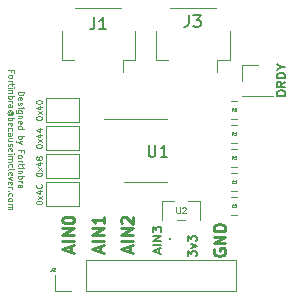
<source format=gbr>
%TF.GenerationSoftware,KiCad,Pcbnew,(6.0.7)*%
%TF.CreationDate,2022-10-15T10:30:28-05:00*%
%TF.ProjectId,ADS1219,41445331-3231-4392-9e6b-696361645f70,4*%
%TF.SameCoordinates,Original*%
%TF.FileFunction,Legend,Top*%
%TF.FilePolarity,Positive*%
%FSLAX46Y46*%
G04 Gerber Fmt 4.6, Leading zero omitted, Abs format (unit mm)*
G04 Created by KiCad (PCBNEW (6.0.7)) date 2022-10-15 10:30:28*
%MOMM*%
%LPD*%
G01*
G04 APERTURE LIST*
%ADD10C,0.062500*%
%ADD11C,0.250000*%
%ADD12C,0.187500*%
%ADD13C,0.125000*%
%ADD14C,0.150000*%
%ADD15C,0.120000*%
G04 APERTURE END LIST*
D10*
X159676309Y-81452380D02*
X160176309Y-81452380D01*
X160176309Y-81571428D01*
X160152500Y-81642857D01*
X160104880Y-81690476D01*
X160057261Y-81714285D01*
X159962023Y-81738095D01*
X159890595Y-81738095D01*
X159795357Y-81714285D01*
X159747738Y-81690476D01*
X159700119Y-81642857D01*
X159676309Y-81571428D01*
X159676309Y-81452380D01*
X159700119Y-82142857D02*
X159676309Y-82095238D01*
X159676309Y-82000000D01*
X159700119Y-81952380D01*
X159747738Y-81928571D01*
X159938214Y-81928571D01*
X159985833Y-81952380D01*
X160009642Y-82000000D01*
X160009642Y-82095238D01*
X159985833Y-82142857D01*
X159938214Y-82166666D01*
X159890595Y-82166666D01*
X159842976Y-81928571D01*
X159700119Y-82357142D02*
X159676309Y-82404761D01*
X159676309Y-82500000D01*
X159700119Y-82547619D01*
X159747738Y-82571428D01*
X159771547Y-82571428D01*
X159819166Y-82547619D01*
X159842976Y-82500000D01*
X159842976Y-82428571D01*
X159866785Y-82380952D01*
X159914404Y-82357142D01*
X159938214Y-82357142D01*
X159985833Y-82380952D01*
X160009642Y-82428571D01*
X160009642Y-82500000D01*
X159985833Y-82547619D01*
X159676309Y-82785714D02*
X160009642Y-82785714D01*
X160176309Y-82785714D02*
X160152500Y-82761904D01*
X160128690Y-82785714D01*
X160152500Y-82809523D01*
X160176309Y-82785714D01*
X160128690Y-82785714D01*
X160009642Y-83238095D02*
X159604880Y-83238095D01*
X159557261Y-83214285D01*
X159533452Y-83190476D01*
X159509642Y-83142857D01*
X159509642Y-83071428D01*
X159533452Y-83023809D01*
X159700119Y-83238095D02*
X159676309Y-83190476D01*
X159676309Y-83095238D01*
X159700119Y-83047619D01*
X159723928Y-83023809D01*
X159771547Y-83000000D01*
X159914404Y-83000000D01*
X159962023Y-83023809D01*
X159985833Y-83047619D01*
X160009642Y-83095238D01*
X160009642Y-83190476D01*
X159985833Y-83238095D01*
X160009642Y-83476190D02*
X159676309Y-83476190D01*
X159962023Y-83476190D02*
X159985833Y-83500000D01*
X160009642Y-83547619D01*
X160009642Y-83619047D01*
X159985833Y-83666666D01*
X159938214Y-83690476D01*
X159676309Y-83690476D01*
X159700119Y-84119047D02*
X159676309Y-84071428D01*
X159676309Y-83976190D01*
X159700119Y-83928571D01*
X159747738Y-83904761D01*
X159938214Y-83904761D01*
X159985833Y-83928571D01*
X160009642Y-83976190D01*
X160009642Y-84071428D01*
X159985833Y-84119047D01*
X159938214Y-84142857D01*
X159890595Y-84142857D01*
X159842976Y-83904761D01*
X159676309Y-84571428D02*
X160176309Y-84571428D01*
X159700119Y-84571428D02*
X159676309Y-84523809D01*
X159676309Y-84428571D01*
X159700119Y-84380952D01*
X159723928Y-84357142D01*
X159771547Y-84333333D01*
X159914404Y-84333333D01*
X159962023Y-84357142D01*
X159985833Y-84380952D01*
X160009642Y-84428571D01*
X160009642Y-84523809D01*
X159985833Y-84571428D01*
X159676309Y-85190476D02*
X160176309Y-85190476D01*
X159985833Y-85190476D02*
X160009642Y-85238095D01*
X160009642Y-85333333D01*
X159985833Y-85380952D01*
X159962023Y-85404761D01*
X159914404Y-85428571D01*
X159771547Y-85428571D01*
X159723928Y-85404761D01*
X159700119Y-85380952D01*
X159676309Y-85333333D01*
X159676309Y-85238095D01*
X159700119Y-85190476D01*
X160009642Y-85595238D02*
X159676309Y-85714285D01*
X160009642Y-85833333D02*
X159676309Y-85714285D01*
X159557261Y-85666666D01*
X159533452Y-85642857D01*
X159509642Y-85595238D01*
X159938214Y-86571428D02*
X159938214Y-86404761D01*
X159676309Y-86404761D02*
X160176309Y-86404761D01*
X160176309Y-86642857D01*
X159676309Y-86904761D02*
X159700119Y-86857142D01*
X159723928Y-86833333D01*
X159771547Y-86809523D01*
X159914404Y-86809523D01*
X159962023Y-86833333D01*
X159985833Y-86857142D01*
X160009642Y-86904761D01*
X160009642Y-86976190D01*
X159985833Y-87023809D01*
X159962023Y-87047619D01*
X159914404Y-87071428D01*
X159771547Y-87071428D01*
X159723928Y-87047619D01*
X159700119Y-87023809D01*
X159676309Y-86976190D01*
X159676309Y-86904761D01*
X159676309Y-87285714D02*
X160009642Y-87285714D01*
X159914404Y-87285714D02*
X159962023Y-87309523D01*
X159985833Y-87333333D01*
X160009642Y-87380952D01*
X160009642Y-87428571D01*
X160009642Y-87523809D02*
X160009642Y-87714285D01*
X160176309Y-87595238D02*
X159747738Y-87595238D01*
X159700119Y-87619047D01*
X159676309Y-87666666D01*
X159676309Y-87714285D01*
X159676309Y-87880952D02*
X160009642Y-87880952D01*
X160176309Y-87880952D02*
X160152500Y-87857142D01*
X160128690Y-87880952D01*
X160152500Y-87904761D01*
X160176309Y-87880952D01*
X160128690Y-87880952D01*
X160009642Y-88119047D02*
X159676309Y-88119047D01*
X159962023Y-88119047D02*
X159985833Y-88142857D01*
X160009642Y-88190476D01*
X160009642Y-88261904D01*
X159985833Y-88309523D01*
X159938214Y-88333333D01*
X159676309Y-88333333D01*
X159676309Y-88571428D02*
X160176309Y-88571428D01*
X159985833Y-88571428D02*
X160009642Y-88619047D01*
X160009642Y-88714285D01*
X159985833Y-88761904D01*
X159962023Y-88785714D01*
X159914404Y-88809523D01*
X159771547Y-88809523D01*
X159723928Y-88785714D01*
X159700119Y-88761904D01*
X159676309Y-88714285D01*
X159676309Y-88619047D01*
X159700119Y-88571428D01*
X159676309Y-89023809D02*
X160009642Y-89023809D01*
X159914404Y-89023809D02*
X159962023Y-89047619D01*
X159985833Y-89071428D01*
X160009642Y-89119047D01*
X160009642Y-89166666D01*
X159676309Y-89547619D02*
X159938214Y-89547619D01*
X159985833Y-89523809D01*
X160009642Y-89476190D01*
X160009642Y-89380952D01*
X159985833Y-89333333D01*
X159700119Y-89547619D02*
X159676309Y-89500000D01*
X159676309Y-89380952D01*
X159700119Y-89333333D01*
X159747738Y-89309523D01*
X159795357Y-89309523D01*
X159842976Y-89333333D01*
X159866785Y-89380952D01*
X159866785Y-89500000D01*
X159890595Y-89547619D01*
X159133214Y-79785714D02*
X159133214Y-79619047D01*
X158871309Y-79619047D02*
X159371309Y-79619047D01*
X159371309Y-79857142D01*
X158871309Y-80119047D02*
X158895119Y-80071428D01*
X158918928Y-80047619D01*
X158966547Y-80023809D01*
X159109404Y-80023809D01*
X159157023Y-80047619D01*
X159180833Y-80071428D01*
X159204642Y-80119047D01*
X159204642Y-80190476D01*
X159180833Y-80238095D01*
X159157023Y-80261904D01*
X159109404Y-80285714D01*
X158966547Y-80285714D01*
X158918928Y-80261904D01*
X158895119Y-80238095D01*
X158871309Y-80190476D01*
X158871309Y-80119047D01*
X158871309Y-80500000D02*
X159204642Y-80500000D01*
X159109404Y-80500000D02*
X159157023Y-80523809D01*
X159180833Y-80547619D01*
X159204642Y-80595238D01*
X159204642Y-80642857D01*
X159204642Y-80738095D02*
X159204642Y-80928571D01*
X159371309Y-80809523D02*
X158942738Y-80809523D01*
X158895119Y-80833333D01*
X158871309Y-80880952D01*
X158871309Y-80928571D01*
X158871309Y-81095238D02*
X159204642Y-81095238D01*
X159371309Y-81095238D02*
X159347500Y-81071428D01*
X159323690Y-81095238D01*
X159347500Y-81119047D01*
X159371309Y-81095238D01*
X159323690Y-81095238D01*
X159204642Y-81333333D02*
X158871309Y-81333333D01*
X159157023Y-81333333D02*
X159180833Y-81357142D01*
X159204642Y-81404761D01*
X159204642Y-81476190D01*
X159180833Y-81523809D01*
X159133214Y-81547619D01*
X158871309Y-81547619D01*
X158871309Y-81785714D02*
X159371309Y-81785714D01*
X159180833Y-81785714D02*
X159204642Y-81833333D01*
X159204642Y-81928571D01*
X159180833Y-81976190D01*
X159157023Y-82000000D01*
X159109404Y-82023809D01*
X158966547Y-82023809D01*
X158918928Y-82000000D01*
X158895119Y-81976190D01*
X158871309Y-81928571D01*
X158871309Y-81833333D01*
X158895119Y-81785714D01*
X158871309Y-82238095D02*
X159204642Y-82238095D01*
X159109404Y-82238095D02*
X159157023Y-82261904D01*
X159180833Y-82285714D01*
X159204642Y-82333333D01*
X159204642Y-82380952D01*
X158871309Y-82761904D02*
X159133214Y-82761904D01*
X159180833Y-82738095D01*
X159204642Y-82690476D01*
X159204642Y-82595238D01*
X159180833Y-82547619D01*
X158895119Y-82761904D02*
X158871309Y-82714285D01*
X158871309Y-82595238D01*
X158895119Y-82547619D01*
X158942738Y-82523809D01*
X158990357Y-82523809D01*
X159037976Y-82547619D01*
X159061785Y-82595238D01*
X159061785Y-82714285D01*
X159085595Y-82761904D01*
X159109404Y-83309523D02*
X159133214Y-83285714D01*
X159157023Y-83238095D01*
X159157023Y-83190476D01*
X159133214Y-83142857D01*
X159109404Y-83119047D01*
X159061785Y-83095238D01*
X159014166Y-83095238D01*
X158966547Y-83119047D01*
X158942738Y-83142857D01*
X158918928Y-83190476D01*
X158918928Y-83238095D01*
X158942738Y-83285714D01*
X158966547Y-83309523D01*
X159157023Y-83309523D02*
X158966547Y-83309523D01*
X158942738Y-83333333D01*
X158942738Y-83357142D01*
X158966547Y-83404761D01*
X159014166Y-83428571D01*
X159133214Y-83428571D01*
X159204642Y-83380952D01*
X159252261Y-83309523D01*
X159276071Y-83214285D01*
X159252261Y-83119047D01*
X159204642Y-83047619D01*
X159133214Y-83000000D01*
X159037976Y-82976190D01*
X158942738Y-83000000D01*
X158871309Y-83047619D01*
X158823690Y-83119047D01*
X158799880Y-83214285D01*
X158823690Y-83309523D01*
X158871309Y-83380952D01*
X158871309Y-83642857D02*
X159371309Y-83642857D01*
X159180833Y-83642857D02*
X159204642Y-83690476D01*
X159204642Y-83785714D01*
X159180833Y-83833333D01*
X159157023Y-83857142D01*
X159109404Y-83880952D01*
X158966547Y-83880952D01*
X158918928Y-83857142D01*
X158895119Y-83833333D01*
X158871309Y-83785714D01*
X158871309Y-83690476D01*
X158895119Y-83642857D01*
X158895119Y-84285714D02*
X158871309Y-84238095D01*
X158871309Y-84142857D01*
X158895119Y-84095238D01*
X158942738Y-84071428D01*
X159133214Y-84071428D01*
X159180833Y-84095238D01*
X159204642Y-84142857D01*
X159204642Y-84238095D01*
X159180833Y-84285714D01*
X159133214Y-84309523D01*
X159085595Y-84309523D01*
X159037976Y-84071428D01*
X158895119Y-84738095D02*
X158871309Y-84690476D01*
X158871309Y-84595238D01*
X158895119Y-84547619D01*
X158918928Y-84523809D01*
X158966547Y-84500000D01*
X159109404Y-84500000D01*
X159157023Y-84523809D01*
X159180833Y-84547619D01*
X159204642Y-84595238D01*
X159204642Y-84690476D01*
X159180833Y-84738095D01*
X158871309Y-85166666D02*
X159133214Y-85166666D01*
X159180833Y-85142857D01*
X159204642Y-85095238D01*
X159204642Y-85000000D01*
X159180833Y-84952380D01*
X158895119Y-85166666D02*
X158871309Y-85119047D01*
X158871309Y-85000000D01*
X158895119Y-84952380D01*
X158942738Y-84928571D01*
X158990357Y-84928571D01*
X159037976Y-84952380D01*
X159061785Y-85000000D01*
X159061785Y-85119047D01*
X159085595Y-85166666D01*
X159204642Y-85619047D02*
X158871309Y-85619047D01*
X159204642Y-85404761D02*
X158942738Y-85404761D01*
X158895119Y-85428571D01*
X158871309Y-85476190D01*
X158871309Y-85547619D01*
X158895119Y-85595238D01*
X158918928Y-85619047D01*
X158895119Y-85833333D02*
X158871309Y-85880952D01*
X158871309Y-85976190D01*
X158895119Y-86023809D01*
X158942738Y-86047619D01*
X158966547Y-86047619D01*
X159014166Y-86023809D01*
X159037976Y-85976190D01*
X159037976Y-85904761D01*
X159061785Y-85857142D01*
X159109404Y-85833333D01*
X159133214Y-85833333D01*
X159180833Y-85857142D01*
X159204642Y-85904761D01*
X159204642Y-85976190D01*
X159180833Y-86023809D01*
X158895119Y-86452380D02*
X158871309Y-86404761D01*
X158871309Y-86309523D01*
X158895119Y-86261904D01*
X158942738Y-86238095D01*
X159133214Y-86238095D01*
X159180833Y-86261904D01*
X159204642Y-86309523D01*
X159204642Y-86404761D01*
X159180833Y-86452380D01*
X159133214Y-86476190D01*
X159085595Y-86476190D01*
X159037976Y-86238095D01*
X158871309Y-86690476D02*
X159204642Y-86690476D01*
X159371309Y-86690476D02*
X159347500Y-86666666D01*
X159323690Y-86690476D01*
X159347500Y-86714285D01*
X159371309Y-86690476D01*
X159323690Y-86690476D01*
X158871309Y-86928571D02*
X159204642Y-86928571D01*
X159157023Y-86928571D02*
X159180833Y-86952380D01*
X159204642Y-87000000D01*
X159204642Y-87071428D01*
X159180833Y-87119047D01*
X159133214Y-87142857D01*
X158871309Y-87142857D01*
X159133214Y-87142857D02*
X159180833Y-87166666D01*
X159204642Y-87214285D01*
X159204642Y-87285714D01*
X159180833Y-87333333D01*
X159133214Y-87357142D01*
X158871309Y-87357142D01*
X158895119Y-87809523D02*
X158871309Y-87761904D01*
X158871309Y-87666666D01*
X158895119Y-87619047D01*
X158918928Y-87595238D01*
X158966547Y-87571428D01*
X159109404Y-87571428D01*
X159157023Y-87595238D01*
X159180833Y-87619047D01*
X159204642Y-87666666D01*
X159204642Y-87761904D01*
X159180833Y-87809523D01*
X158871309Y-88095238D02*
X158895119Y-88047619D01*
X158942738Y-88023809D01*
X159371309Y-88023809D01*
X158895119Y-88476190D02*
X158871309Y-88428571D01*
X158871309Y-88333333D01*
X158895119Y-88285714D01*
X158942738Y-88261904D01*
X159133214Y-88261904D01*
X159180833Y-88285714D01*
X159204642Y-88333333D01*
X159204642Y-88428571D01*
X159180833Y-88476190D01*
X159133214Y-88500000D01*
X159085595Y-88500000D01*
X159037976Y-88261904D01*
X159204642Y-88666666D02*
X158871309Y-88785714D01*
X159204642Y-88904761D01*
X158895119Y-89285714D02*
X158871309Y-89238095D01*
X158871309Y-89142857D01*
X158895119Y-89095238D01*
X158942738Y-89071428D01*
X159133214Y-89071428D01*
X159180833Y-89095238D01*
X159204642Y-89142857D01*
X159204642Y-89238095D01*
X159180833Y-89285714D01*
X159133214Y-89309523D01*
X159085595Y-89309523D01*
X159037976Y-89071428D01*
X158871309Y-89523809D02*
X159204642Y-89523809D01*
X159109404Y-89523809D02*
X159157023Y-89547619D01*
X159180833Y-89571428D01*
X159204642Y-89619047D01*
X159204642Y-89666666D01*
X158918928Y-89833333D02*
X158895119Y-89857142D01*
X158871309Y-89833333D01*
X158895119Y-89809523D01*
X158918928Y-89833333D01*
X158871309Y-89833333D01*
X158895119Y-90285714D02*
X158871309Y-90238095D01*
X158871309Y-90142857D01*
X158895119Y-90095238D01*
X158918928Y-90071428D01*
X158966547Y-90047619D01*
X159109404Y-90047619D01*
X159157023Y-90071428D01*
X159180833Y-90095238D01*
X159204642Y-90142857D01*
X159204642Y-90238095D01*
X159180833Y-90285714D01*
X158871309Y-90571428D02*
X158895119Y-90523809D01*
X158918928Y-90500000D01*
X158966547Y-90476190D01*
X159109404Y-90476190D01*
X159157023Y-90500000D01*
X159180833Y-90523809D01*
X159204642Y-90571428D01*
X159204642Y-90642857D01*
X159180833Y-90690476D01*
X159157023Y-90714285D01*
X159109404Y-90738095D01*
X158966547Y-90738095D01*
X158918928Y-90714285D01*
X158895119Y-90690476D01*
X158871309Y-90642857D01*
X158871309Y-90571428D01*
X158871309Y-90952380D02*
X159204642Y-90952380D01*
X159157023Y-90952380D02*
X159180833Y-90976190D01*
X159204642Y-91023809D01*
X159204642Y-91095238D01*
X159180833Y-91142857D01*
X159133214Y-91166666D01*
X158871309Y-91166666D01*
X159133214Y-91166666D02*
X159180833Y-91190476D01*
X159204642Y-91238095D01*
X159204642Y-91309523D01*
X159180833Y-91357142D01*
X159133214Y-91380952D01*
X158871309Y-91380952D01*
D11*
X166666666Y-94976190D02*
X166666666Y-94500000D01*
X166952380Y-95071428D02*
X165952380Y-94738095D01*
X166952380Y-94404761D01*
X166952380Y-94071428D02*
X165952380Y-94071428D01*
X166952380Y-93595238D02*
X165952380Y-93595238D01*
X166952380Y-93023809D01*
X165952380Y-93023809D01*
X166952380Y-92023809D02*
X166952380Y-92595238D01*
X166952380Y-92309523D02*
X165952380Y-92309523D01*
X166095238Y-92404761D01*
X166190476Y-92500000D01*
X166238095Y-92595238D01*
X164166666Y-94976190D02*
X164166666Y-94500000D01*
X164452380Y-95071428D02*
X163452380Y-94738095D01*
X164452380Y-94404761D01*
X164452380Y-94071428D02*
X163452380Y-94071428D01*
X164452380Y-93595238D02*
X163452380Y-93595238D01*
X164452380Y-93023809D01*
X163452380Y-93023809D01*
X163452380Y-92357142D02*
X163452380Y-92261904D01*
X163500000Y-92166666D01*
X163547619Y-92119047D01*
X163642857Y-92071428D01*
X163833333Y-92023809D01*
X164071428Y-92023809D01*
X164261904Y-92071428D01*
X164357142Y-92119047D01*
X164404761Y-92166666D01*
X164452380Y-92261904D01*
X164452380Y-92357142D01*
X164404761Y-92452380D01*
X164357142Y-92500000D01*
X164261904Y-92547619D01*
X164071428Y-92595238D01*
X163833333Y-92595238D01*
X163642857Y-92547619D01*
X163547619Y-92500000D01*
X163500000Y-92452380D01*
X163452380Y-92357142D01*
X169166666Y-94976190D02*
X169166666Y-94500000D01*
X169452380Y-95071428D02*
X168452380Y-94738095D01*
X169452380Y-94404761D01*
X169452380Y-94071428D02*
X168452380Y-94071428D01*
X169452380Y-93595238D02*
X168452380Y-93595238D01*
X169452380Y-93023809D01*
X168452380Y-93023809D01*
X168547619Y-92595238D02*
X168500000Y-92547619D01*
X168452380Y-92452380D01*
X168452380Y-92214285D01*
X168500000Y-92119047D01*
X168547619Y-92071428D01*
X168642857Y-92023809D01*
X168738095Y-92023809D01*
X168880952Y-92071428D01*
X169452380Y-92642857D01*
X169452380Y-92023809D01*
X176312000Y-94761904D02*
X176264380Y-94857142D01*
X176264380Y-95000000D01*
X176312000Y-95142857D01*
X176407238Y-95238095D01*
X176502476Y-95285714D01*
X176692952Y-95333333D01*
X176835809Y-95333333D01*
X177026285Y-95285714D01*
X177121523Y-95238095D01*
X177216761Y-95142857D01*
X177264380Y-95000000D01*
X177264380Y-94904761D01*
X177216761Y-94761904D01*
X177169142Y-94714285D01*
X176835809Y-94714285D01*
X176835809Y-94904761D01*
X177264380Y-94285714D02*
X176264380Y-94285714D01*
X177264380Y-93714285D01*
X176264380Y-93714285D01*
X177264380Y-93238095D02*
X176264380Y-93238095D01*
X176264380Y-93000000D01*
X176312000Y-92857142D01*
X176407238Y-92761904D01*
X176502476Y-92714285D01*
X176692952Y-92666666D01*
X176835809Y-92666666D01*
X177026285Y-92714285D01*
X177121523Y-92761904D01*
X177216761Y-92857142D01*
X177264380Y-93000000D01*
X177264380Y-93238095D01*
D12*
X174089285Y-95392857D02*
X174089285Y-94928571D01*
X174375000Y-95178571D01*
X174375000Y-95071428D01*
X174410714Y-95000000D01*
X174446428Y-94964285D01*
X174517857Y-94928571D01*
X174696428Y-94928571D01*
X174767857Y-94964285D01*
X174803571Y-95000000D01*
X174839285Y-95071428D01*
X174839285Y-95285714D01*
X174803571Y-95357142D01*
X174767857Y-95392857D01*
X174339285Y-94678571D02*
X174839285Y-94500000D01*
X174339285Y-94321428D01*
X174089285Y-94107142D02*
X174089285Y-93642857D01*
X174375000Y-93892857D01*
X174375000Y-93785714D01*
X174410714Y-93714285D01*
X174446428Y-93678571D01*
X174517857Y-93642857D01*
X174696428Y-93642857D01*
X174767857Y-93678571D01*
X174803571Y-93714285D01*
X174839285Y-93785714D01*
X174839285Y-94000000D01*
X174803571Y-94071428D01*
X174767857Y-94107142D01*
X171625000Y-95107142D02*
X171625000Y-94750000D01*
X171839285Y-95178571D02*
X171089285Y-94928571D01*
X171839285Y-94678571D01*
X171839285Y-94428571D02*
X171089285Y-94428571D01*
X171839285Y-94071428D02*
X171089285Y-94071428D01*
X171839285Y-93642857D01*
X171089285Y-93642857D01*
X171089285Y-93357142D02*
X171089285Y-92892857D01*
X171375000Y-93142857D01*
X171375000Y-93035714D01*
X171410714Y-92964285D01*
X171446428Y-92928571D01*
X171517857Y-92892857D01*
X171696428Y-92892857D01*
X171767857Y-92928571D01*
X171803571Y-92964285D01*
X171839285Y-93035714D01*
X171839285Y-93250000D01*
X171803571Y-93321428D01*
X171767857Y-93357142D01*
D13*
%TO.C,U2*%
X173119047Y-91226190D02*
X173119047Y-91630952D01*
X173142857Y-91678571D01*
X173166666Y-91702380D01*
X173214285Y-91726190D01*
X173309523Y-91726190D01*
X173357142Y-91702380D01*
X173380952Y-91678571D01*
X173404761Y-91630952D01*
X173404761Y-91226190D01*
X173619047Y-91273809D02*
X173642857Y-91250000D01*
X173690476Y-91226190D01*
X173809523Y-91226190D01*
X173857142Y-91250000D01*
X173880952Y-91273809D01*
X173904761Y-91321428D01*
X173904761Y-91369047D01*
X173880952Y-91440476D01*
X173595238Y-91726190D01*
X173904761Y-91726190D01*
D14*
%TO.C,J4*%
X182339285Y-81767857D02*
X181589285Y-81767857D01*
X181589285Y-81589285D01*
X181625000Y-81482142D01*
X181696428Y-81410714D01*
X181767857Y-81375000D01*
X181910714Y-81339285D01*
X182017857Y-81339285D01*
X182160714Y-81375000D01*
X182232142Y-81410714D01*
X182303571Y-81482142D01*
X182339285Y-81589285D01*
X182339285Y-81767857D01*
X182339285Y-80589285D02*
X181982142Y-80839285D01*
X182339285Y-81017857D02*
X181589285Y-81017857D01*
X181589285Y-80732142D01*
X181625000Y-80660714D01*
X181660714Y-80625000D01*
X181732142Y-80589285D01*
X181839285Y-80589285D01*
X181910714Y-80625000D01*
X181946428Y-80660714D01*
X181982142Y-80732142D01*
X181982142Y-81017857D01*
X182339285Y-80267857D02*
X181589285Y-80267857D01*
X181589285Y-80089285D01*
X181625000Y-79982142D01*
X181696428Y-79910714D01*
X181767857Y-79875000D01*
X181910714Y-79839285D01*
X182017857Y-79839285D01*
X182160714Y-79875000D01*
X182232142Y-79910714D01*
X182303571Y-79982142D01*
X182339285Y-80089285D01*
X182339285Y-80267857D01*
X181982142Y-79375000D02*
X182339285Y-79375000D01*
X181589285Y-79625000D02*
X181982142Y-79375000D01*
X181589285Y-79125000D01*
%TO.C,U1*%
X170768080Y-85952380D02*
X170768080Y-86761904D01*
X170815699Y-86857142D01*
X170863318Y-86904761D01*
X170958556Y-86952380D01*
X171149032Y-86952380D01*
X171244270Y-86904761D01*
X171291889Y-86857142D01*
X171339508Y-86761904D01*
X171339508Y-85952380D01*
X172339508Y-86952380D02*
X171768080Y-86952380D01*
X172053794Y-86952380D02*
X172053794Y-85952380D01*
X171958556Y-86095238D01*
X171863318Y-86190476D01*
X171768080Y-86238095D01*
%TO.C,J1*%
X166166666Y-75150380D02*
X166166666Y-75864666D01*
X166119047Y-76007523D01*
X166023809Y-76102761D01*
X165880952Y-76150380D01*
X165785714Y-76150380D01*
X167166666Y-76150380D02*
X166595238Y-76150380D01*
X166880952Y-76150380D02*
X166880952Y-75150380D01*
X166785714Y-75293238D01*
X166690476Y-75388476D01*
X166595238Y-75436095D01*
D13*
%TO.C,JP3*%
X161226190Y-88450950D02*
X161226190Y-88403331D01*
X161250000Y-88355712D01*
X161273809Y-88331903D01*
X161321428Y-88308093D01*
X161416666Y-88284284D01*
X161535714Y-88284284D01*
X161630952Y-88308093D01*
X161678571Y-88331903D01*
X161702380Y-88355712D01*
X161726190Y-88403331D01*
X161726190Y-88450950D01*
X161702380Y-88498570D01*
X161678571Y-88522379D01*
X161630952Y-88546189D01*
X161535714Y-88569998D01*
X161416666Y-88569998D01*
X161321428Y-88546189D01*
X161273809Y-88522379D01*
X161250000Y-88498570D01*
X161226190Y-88450950D01*
X161726190Y-88117617D02*
X161392857Y-87855712D01*
X161392857Y-88117617D02*
X161726190Y-87855712D01*
X161392857Y-87450950D02*
X161726190Y-87450950D01*
X161202380Y-87569998D02*
X161559523Y-87689046D01*
X161559523Y-87379522D01*
X161440476Y-87117617D02*
X161416666Y-87165236D01*
X161392857Y-87189046D01*
X161345238Y-87212855D01*
X161321428Y-87212855D01*
X161273809Y-87189046D01*
X161250000Y-87165236D01*
X161226190Y-87117617D01*
X161226190Y-87022379D01*
X161250000Y-86974760D01*
X161273809Y-86950950D01*
X161321428Y-86927141D01*
X161345238Y-86927141D01*
X161392857Y-86950950D01*
X161416666Y-86974760D01*
X161440476Y-87022379D01*
X161440476Y-87117617D01*
X161464285Y-87165236D01*
X161488095Y-87189046D01*
X161535714Y-87212855D01*
X161630952Y-87212855D01*
X161678571Y-87189046D01*
X161702380Y-87165236D01*
X161726190Y-87117617D01*
X161726190Y-87022379D01*
X161702380Y-86974760D01*
X161678571Y-86950950D01*
X161630952Y-86927141D01*
X161535714Y-86927141D01*
X161488095Y-86950950D01*
X161464285Y-86974760D01*
X161440476Y-87022379D01*
D14*
%TO.C,J3*%
X174166666Y-74952380D02*
X174166666Y-75666666D01*
X174119047Y-75809523D01*
X174023809Y-75904761D01*
X173880952Y-75952380D01*
X173785714Y-75952380D01*
X174547619Y-74952380D02*
X175166666Y-74952380D01*
X174833333Y-75333333D01*
X174976190Y-75333333D01*
X175071428Y-75380952D01*
X175119047Y-75428571D01*
X175166666Y-75523809D01*
X175166666Y-75761904D01*
X175119047Y-75857142D01*
X175071428Y-75904761D01*
X174976190Y-75952380D01*
X174690476Y-75952380D01*
X174595238Y-75904761D01*
X174547619Y-75857142D01*
D10*
%TO.C,R3*%
X177958333Y-83113095D02*
X177875000Y-82994047D01*
X177815476Y-83113095D02*
X177815476Y-82863095D01*
X177910714Y-82863095D01*
X177934523Y-82875000D01*
X177946428Y-82886904D01*
X177958333Y-82910714D01*
X177958333Y-82946428D01*
X177946428Y-82970238D01*
X177934523Y-82982142D01*
X177910714Y-82994047D01*
X177815476Y-82994047D01*
X178041666Y-82863095D02*
X178196428Y-82863095D01*
X178113095Y-82958333D01*
X178148809Y-82958333D01*
X178172619Y-82970238D01*
X178184523Y-82982142D01*
X178196428Y-83005952D01*
X178196428Y-83065476D01*
X178184523Y-83089285D01*
X178172619Y-83101190D01*
X178148809Y-83113095D01*
X178077380Y-83113095D01*
X178053571Y-83101190D01*
X178041666Y-83089285D01*
D13*
%TO.C,JP1*%
X161226190Y-83702380D02*
X161226190Y-83654761D01*
X161250000Y-83607142D01*
X161273809Y-83583333D01*
X161321428Y-83559523D01*
X161416666Y-83535714D01*
X161535714Y-83535714D01*
X161630952Y-83559523D01*
X161678571Y-83583333D01*
X161702380Y-83607142D01*
X161726190Y-83654761D01*
X161726190Y-83702380D01*
X161702380Y-83750000D01*
X161678571Y-83773809D01*
X161630952Y-83797619D01*
X161535714Y-83821428D01*
X161416666Y-83821428D01*
X161321428Y-83797619D01*
X161273809Y-83773809D01*
X161250000Y-83750000D01*
X161226190Y-83702380D01*
X161726190Y-83369047D02*
X161392857Y-83107142D01*
X161392857Y-83369047D02*
X161726190Y-83107142D01*
X161392857Y-82702380D02*
X161726190Y-82702380D01*
X161202380Y-82821428D02*
X161559523Y-82940476D01*
X161559523Y-82630952D01*
X161226190Y-82345238D02*
X161226190Y-82297619D01*
X161250000Y-82250000D01*
X161273809Y-82226190D01*
X161321428Y-82202380D01*
X161416666Y-82178571D01*
X161535714Y-82178571D01*
X161630952Y-82202380D01*
X161678571Y-82226190D01*
X161702380Y-82250000D01*
X161726190Y-82297619D01*
X161726190Y-82345238D01*
X161702380Y-82392857D01*
X161678571Y-82416666D01*
X161630952Y-82440476D01*
X161535714Y-82464285D01*
X161416666Y-82464285D01*
X161321428Y-82440476D01*
X161273809Y-82416666D01*
X161250000Y-82392857D01*
X161226190Y-82345238D01*
D10*
%TO.C,C1*%
X177958333Y-89185285D02*
X177946428Y-89197190D01*
X177910714Y-89209095D01*
X177886904Y-89209095D01*
X177851190Y-89197190D01*
X177827380Y-89173380D01*
X177815476Y-89149571D01*
X177803571Y-89101952D01*
X177803571Y-89066238D01*
X177815476Y-89018619D01*
X177827380Y-88994809D01*
X177851190Y-88971000D01*
X177886904Y-88959095D01*
X177910714Y-88959095D01*
X177946428Y-88971000D01*
X177958333Y-88982904D01*
X178196428Y-89209095D02*
X178053571Y-89209095D01*
X178125000Y-89209095D02*
X178125000Y-88959095D01*
X178101190Y-88994809D01*
X178077380Y-89018619D01*
X178053571Y-89030523D01*
%TO.C,R2*%
X177958333Y-87177095D02*
X177875000Y-87058047D01*
X177815476Y-87177095D02*
X177815476Y-86927095D01*
X177910714Y-86927095D01*
X177934523Y-86939000D01*
X177946428Y-86950904D01*
X177958333Y-86974714D01*
X177958333Y-87010428D01*
X177946428Y-87034238D01*
X177934523Y-87046142D01*
X177910714Y-87058047D01*
X177815476Y-87058047D01*
X178053571Y-86950904D02*
X178065476Y-86939000D01*
X178089285Y-86927095D01*
X178148809Y-86927095D01*
X178172619Y-86939000D01*
X178184523Y-86950904D01*
X178196428Y-86974714D01*
X178196428Y-86998523D01*
X178184523Y-87034238D01*
X178041666Y-87177095D01*
X178196428Y-87177095D01*
%TO.C,R1*%
X177958333Y-85145095D02*
X177875000Y-85026047D01*
X177815476Y-85145095D02*
X177815476Y-84895095D01*
X177910714Y-84895095D01*
X177934523Y-84907000D01*
X177946428Y-84918904D01*
X177958333Y-84942714D01*
X177958333Y-84978428D01*
X177946428Y-85002238D01*
X177934523Y-85014142D01*
X177910714Y-85026047D01*
X177815476Y-85026047D01*
X178196428Y-85145095D02*
X178053571Y-85145095D01*
X178125000Y-85145095D02*
X178125000Y-84895095D01*
X178101190Y-84930809D01*
X178077380Y-84954619D01*
X178053571Y-84966523D01*
%TO.C,J2*%
X162542666Y-96363095D02*
X162542666Y-96541666D01*
X162530761Y-96577380D01*
X162506952Y-96601190D01*
X162471238Y-96613095D01*
X162447428Y-96613095D01*
X162649809Y-96386904D02*
X162661714Y-96375000D01*
X162685523Y-96363095D01*
X162745047Y-96363095D01*
X162768857Y-96375000D01*
X162780761Y-96386904D01*
X162792666Y-96410714D01*
X162792666Y-96434523D01*
X162780761Y-96470238D01*
X162637904Y-96613095D01*
X162792666Y-96613095D01*
D13*
%TO.C,JP4*%
X161226190Y-90837140D02*
X161226190Y-90789521D01*
X161250000Y-90741902D01*
X161273809Y-90718093D01*
X161321428Y-90694283D01*
X161416666Y-90670474D01*
X161535714Y-90670474D01*
X161630952Y-90694283D01*
X161678571Y-90718093D01*
X161702380Y-90741902D01*
X161726190Y-90789521D01*
X161726190Y-90837140D01*
X161702380Y-90884759D01*
X161678571Y-90908569D01*
X161630952Y-90932378D01*
X161535714Y-90956188D01*
X161416666Y-90956188D01*
X161321428Y-90932378D01*
X161273809Y-90908569D01*
X161250000Y-90884759D01*
X161226190Y-90837140D01*
X161726190Y-90503807D02*
X161392857Y-90241902D01*
X161392857Y-90503807D02*
X161726190Y-90241902D01*
X161392857Y-89837140D02*
X161726190Y-89837140D01*
X161202380Y-89956188D02*
X161559523Y-90075235D01*
X161559523Y-89765712D01*
X161678571Y-89289521D02*
X161702380Y-89313331D01*
X161726190Y-89384759D01*
X161726190Y-89432378D01*
X161702380Y-89503807D01*
X161654761Y-89551426D01*
X161607142Y-89575235D01*
X161511904Y-89599045D01*
X161440476Y-89599045D01*
X161345238Y-89575235D01*
X161297619Y-89551426D01*
X161250000Y-89503807D01*
X161226190Y-89432378D01*
X161226190Y-89384759D01*
X161250000Y-89313331D01*
X161273809Y-89289521D01*
%TO.C,JP2*%
X161226190Y-86076665D02*
X161226190Y-86029046D01*
X161250000Y-85981427D01*
X161273809Y-85957618D01*
X161321428Y-85933808D01*
X161416666Y-85909999D01*
X161535714Y-85909999D01*
X161630952Y-85933808D01*
X161678571Y-85957618D01*
X161702380Y-85981427D01*
X161726190Y-86029046D01*
X161726190Y-86076665D01*
X161702380Y-86124285D01*
X161678571Y-86148094D01*
X161630952Y-86171904D01*
X161535714Y-86195713D01*
X161416666Y-86195713D01*
X161321428Y-86171904D01*
X161273809Y-86148094D01*
X161250000Y-86124285D01*
X161226190Y-86076665D01*
X161726190Y-85743332D02*
X161392857Y-85481427D01*
X161392857Y-85743332D02*
X161726190Y-85481427D01*
X161392857Y-85076665D02*
X161726190Y-85076665D01*
X161202380Y-85195713D02*
X161559523Y-85314761D01*
X161559523Y-85005237D01*
X161392857Y-84600475D02*
X161726190Y-84600475D01*
X161202380Y-84719523D02*
X161559523Y-84838570D01*
X161559523Y-84529046D01*
D10*
%TO.C,C2*%
X177958333Y-91217285D02*
X177946428Y-91229190D01*
X177910714Y-91241095D01*
X177886904Y-91241095D01*
X177851190Y-91229190D01*
X177827380Y-91205380D01*
X177815476Y-91181571D01*
X177803571Y-91133952D01*
X177803571Y-91098238D01*
X177815476Y-91050619D01*
X177827380Y-91026809D01*
X177851190Y-91003000D01*
X177886904Y-90991095D01*
X177910714Y-90991095D01*
X177946428Y-91003000D01*
X177958333Y-91014904D01*
X178053571Y-91014904D02*
X178065476Y-91003000D01*
X178089285Y-90991095D01*
X178148809Y-90991095D01*
X178172619Y-91003000D01*
X178184523Y-91014904D01*
X178196428Y-91038714D01*
X178196428Y-91062523D01*
X178184523Y-91098238D01*
X178041666Y-91241095D01*
X178196428Y-91241095D01*
D15*
%TO.C,U2*%
X172626240Y-93907399D02*
G75*
G03*
X172626240Y-93907399I-76200J0D01*
G01*
X171925200Y-90725300D02*
X171925200Y-92274700D01*
X172883260Y-90725300D02*
X171925200Y-90725300D01*
X175074800Y-92274700D02*
X175074800Y-90725300D01*
X175074800Y-90725300D02*
X174116740Y-90725300D01*
X173166780Y-92274700D02*
X173833220Y-92274700D01*
%TO.C,J4*%
X178670000Y-79170000D02*
X180000000Y-79170000D01*
X178670000Y-81770000D02*
X181330000Y-81770000D01*
X178670000Y-81830000D02*
X181330000Y-81830000D01*
X181330000Y-81770000D02*
X181330000Y-81830000D01*
X178670000Y-81770000D02*
X178670000Y-81830000D01*
X178670000Y-80500000D02*
X178670000Y-79170000D01*
%TO.C,U1*%
X168650001Y-89049997D02*
X172349999Y-89049997D01*
X166999999Y-83750000D02*
X172349999Y-83750000D01*
%TO.C,J1*%
X163390000Y-76285000D02*
X163390000Y-78785000D01*
X169610000Y-76285000D02*
X169610000Y-78785000D01*
X168440000Y-74315000D02*
X164560000Y-74315000D01*
X169610000Y-78785000D02*
X168560000Y-78785000D01*
X163390000Y-78785000D02*
X164440000Y-78785000D01*
X168560000Y-78785000D02*
X168560000Y-79775000D01*
%TO.C,JP3*%
X164900000Y-86748570D02*
X164900000Y-88748570D01*
X164900000Y-88748570D02*
X162100000Y-88748570D01*
X162100000Y-88748570D02*
X162100000Y-86748570D01*
X162100000Y-86748570D02*
X164900000Y-86748570D01*
%TO.C,J3*%
X176440000Y-74315000D02*
X172560000Y-74315000D01*
X171390000Y-76285000D02*
X171390000Y-78785000D01*
X177610000Y-78785000D02*
X176560000Y-78785000D01*
X171390000Y-78785000D02*
X172440000Y-78785000D01*
X177610000Y-76285000D02*
X177610000Y-78785000D01*
X176560000Y-78785000D02*
X176560000Y-79775000D01*
%TO.C,R3*%
X178227064Y-82265000D02*
X177772936Y-82265000D01*
X178227064Y-83735000D02*
X177772936Y-83735000D01*
%TO.C,JP1*%
X164900000Y-84000000D02*
X162100000Y-84000000D01*
X162100000Y-84000000D02*
X162100000Y-82000000D01*
X162100000Y-82000000D02*
X164900000Y-82000000D01*
X164900000Y-82000000D02*
X164900000Y-84000000D01*
%TO.C,C1*%
X178261252Y-88361000D02*
X177738748Y-88361000D01*
X178261252Y-89831000D02*
X177738748Y-89831000D01*
%TO.C,R2*%
X178227064Y-86329000D02*
X177772936Y-86329000D01*
X178227064Y-87799000D02*
X177772936Y-87799000D01*
%TO.C,R1*%
X178227064Y-84297000D02*
X177772936Y-84297000D01*
X178227064Y-85767000D02*
X177772936Y-85767000D01*
%TO.C,J2*%
X162820000Y-98330000D02*
X162820000Y-97000000D01*
X165420000Y-98330000D02*
X165420000Y-95670000D01*
X178180000Y-98330000D02*
X178180000Y-95670000D01*
X165420000Y-95670000D02*
X178180000Y-95670000D01*
X164150000Y-98330000D02*
X162820000Y-98330000D01*
X165420000Y-98330000D02*
X178180000Y-98330000D01*
%TO.C,JP4*%
X162100000Y-89122855D02*
X164900000Y-89122855D01*
X162100000Y-91122855D02*
X162100000Y-89122855D01*
X164900000Y-89122855D02*
X164900000Y-91122855D01*
X164900000Y-91122855D02*
X162100000Y-91122855D01*
%TO.C,JP2*%
X164900000Y-84374285D02*
X164900000Y-86374285D01*
X162100000Y-86374285D02*
X162100000Y-84374285D01*
X164900000Y-86374285D02*
X162100000Y-86374285D01*
X162100000Y-84374285D02*
X164900000Y-84374285D01*
%TO.C,C2*%
X177738748Y-91863000D02*
X178261252Y-91863000D01*
X177738748Y-90393000D02*
X178261252Y-90393000D01*
%TD*%
M02*

</source>
